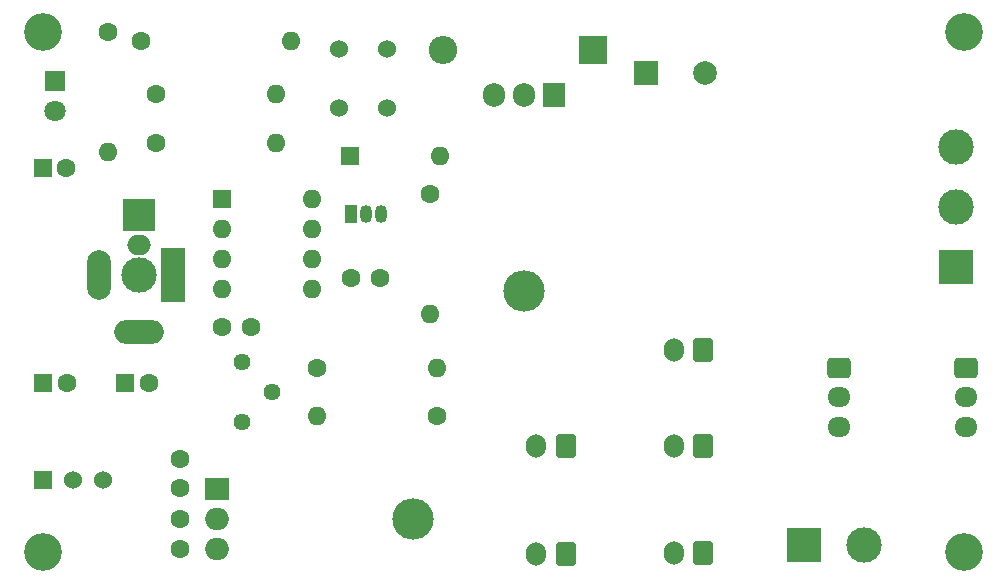
<source format=gbr>
%TF.GenerationSoftware,KiCad,Pcbnew,(7.0.0)*%
%TF.CreationDate,2023-03-22T21:09:57+09:00*%
%TF.ProjectId,NixieTubePowerSupply,4e697869-6554-4756-9265-506f77657253,rev?*%
%TF.SameCoordinates,Original*%
%TF.FileFunction,Soldermask,Bot*%
%TF.FilePolarity,Negative*%
%FSLAX46Y46*%
G04 Gerber Fmt 4.6, Leading zero omitted, Abs format (unit mm)*
G04 Created by KiCad (PCBNEW (7.0.0)) date 2023-03-22 21:09:57*
%MOMM*%
%LPD*%
G01*
G04 APERTURE LIST*
G04 Aperture macros list*
%AMRoundRect*
0 Rectangle with rounded corners*
0 $1 Rounding radius*
0 $2 $3 $4 $5 $6 $7 $8 $9 X,Y pos of 4 corners*
0 Add a 4 corners polygon primitive as box body*
4,1,4,$2,$3,$4,$5,$6,$7,$8,$9,$2,$3,0*
0 Add four circle primitives for the rounded corners*
1,1,$1+$1,$2,$3*
1,1,$1+$1,$4,$5*
1,1,$1+$1,$6,$7*
1,1,$1+$1,$8,$9*
0 Add four rect primitives between the rounded corners*
20,1,$1+$1,$2,$3,$4,$5,0*
20,1,$1+$1,$4,$5,$6,$7,0*
20,1,$1+$1,$6,$7,$8,$9,0*
20,1,$1+$1,$8,$9,$2,$3,0*%
G04 Aperture macros list end*
%ADD10RoundRect,0.250000X0.600000X0.750000X-0.600000X0.750000X-0.600000X-0.750000X0.600000X-0.750000X0*%
%ADD11O,1.700000X2.000000*%
%ADD12C,1.600000*%
%ADD13O,1.600000X1.600000*%
%ADD14R,2.000000X2.000000*%
%ADD15C,2.000000*%
%ADD16C,1.524000*%
%ADD17O,3.500000X3.500000*%
%ADD18R,1.905000X2.000000*%
%ADD19O,1.905000X2.000000*%
%ADD20R,1.600000X1.600000*%
%ADD21RoundRect,0.250000X-0.725000X0.600000X-0.725000X-0.600000X0.725000X-0.600000X0.725000X0.600000X0*%
%ADD22O,1.950000X1.700000*%
%ADD23C,3.200000*%
%ADD24R,2.000000X4.600000*%
%ADD25O,2.000000X4.200000*%
%ADD26O,4.200000X2.000000*%
%ADD27R,3.000000X3.000000*%
%ADD28C,3.000000*%
%ADD29R,1.800000X1.800000*%
%ADD30C,1.800000*%
%ADD31R,2.000000X1.905000*%
%ADD32O,2.000000X1.905000*%
%ADD33C,1.440000*%
%ADD34R,2.800000X2.800000*%
%ADD35O,2.000000X1.700000*%
%ADD36R,2.400000X2.400000*%
%ADD37O,2.400000X2.400000*%
%ADD38R,1.524000X1.524000*%
%ADD39R,1.050000X1.500000*%
%ADD40O,1.050000X1.500000*%
G04 APERTURE END LIST*
D10*
%TO.C,J11*%
X58900000Y-29900000D03*
D11*
X56399999Y-29899999D03*
%TD*%
D12*
%TO.C,R3*%
X12570000Y-12400000D03*
D13*
X22729999Y-12399999D03*
%TD*%
D14*
%TO.C,C8*%
X54032322Y-6399999D03*
D15*
X59032323Y-6400000D03*
%TD*%
D12*
%TO.C,R4*%
X35800000Y-16700000D03*
D13*
X35799999Y-26859999D03*
%TD*%
D10*
%TO.C,J8*%
X58900000Y-47100000D03*
D11*
X56399999Y-47099999D03*
%TD*%
D16*
%TO.C,L1*%
X28100000Y-4400000D03*
X28100000Y-9400000D03*
X32100000Y-9400000D03*
X32100000Y-4400000D03*
%TD*%
D17*
%TO.C,Q2*%
X43699999Y-24929999D03*
D18*
X46239999Y-8269999D03*
D19*
X43699999Y-8269999D03*
X41159999Y-8269999D03*
%TD*%
D20*
%TO.C,U2*%
X18199999Y-17119999D03*
D13*
X18199999Y-19659999D03*
X18199999Y-22199999D03*
X18199999Y-24739999D03*
X25819999Y-24739999D03*
X25819999Y-22199999D03*
X25819999Y-19659999D03*
X25819999Y-17119999D03*
%TD*%
D12*
%TO.C,C6*%
X14600000Y-46700000D03*
X14600000Y-44200000D03*
%TD*%
D20*
%TO.C,C2*%
X2989775Y-14499999D03*
D12*
X4989776Y-14500000D03*
%TD*%
%TO.C,C3*%
X18150000Y-27900000D03*
X20650000Y-27900000D03*
%TD*%
D21*
%TO.C,J5*%
X81125000Y-31400000D03*
D22*
X81124999Y-33899999D03*
X81124999Y-36399999D03*
%TD*%
D12*
%TO.C,C5*%
X14600000Y-39100000D03*
X14600000Y-41600000D03*
%TD*%
D23*
%TO.C,*%
X81000000Y-47000000D03*
%TD*%
D21*
%TO.C,J4*%
X70425000Y-31400000D03*
D22*
X70424999Y-33899999D03*
X70424999Y-36399999D03*
%TD*%
D10*
%TO.C,J7*%
X47250000Y-47125000D03*
D11*
X44749999Y-47124999D03*
%TD*%
D20*
%TO.C,D2*%
X28989999Y-13499999D03*
D13*
X36609999Y-13499999D03*
%TD*%
D24*
%TO.C,J1*%
X14049999Y-23549999D03*
D25*
X7749999Y-23549999D03*
D26*
X11149999Y-28349999D03*
%TD*%
D27*
%TO.C,J12*%
X67419999Y-46399999D03*
D28*
X72500000Y-46400000D03*
%TD*%
D12*
%TO.C,R7*%
X26200000Y-31380000D03*
D13*
X36359999Y-31379999D03*
%TD*%
D29*
%TO.C,D1*%
X3999999Y-7099999D03*
D30*
X4000000Y-9640000D03*
%TD*%
D20*
%TO.C,C7*%
X9955111Y-32699999D03*
D12*
X11955112Y-32700000D03*
%TD*%
%TO.C,C4*%
X29080000Y-23800000D03*
X31580000Y-23800000D03*
%TD*%
D17*
%TO.C,U1*%
X34359999Y-44199999D03*
D31*
X17699999Y-41659999D03*
D32*
X17699999Y-44199999D03*
X17699999Y-46739999D03*
%TD*%
D20*
%TO.C,C1*%
X2999999Y-32699999D03*
D12*
X5000000Y-32700000D03*
%TD*%
%TO.C,R2*%
X11300000Y-3700000D03*
D13*
X23999999Y-3699999D03*
%TD*%
D23*
%TO.C,*%
X3000000Y-3000000D03*
%TD*%
D33*
%TO.C,RV1*%
X19860000Y-30900000D03*
X22400000Y-33440000D03*
X19860000Y-35980000D03*
%TD*%
D10*
%TO.C,J9*%
X47250000Y-38025000D03*
D11*
X44749999Y-38024999D03*
%TD*%
D12*
%TO.C,R6*%
X36360000Y-35500000D03*
D13*
X26199999Y-35499999D03*
%TD*%
D23*
%TO.C,*%
X3000000Y-47000000D03*
%TD*%
D34*
%TO.C,J3*%
X11149999Y-18469999D03*
D28*
X11150000Y-23550000D03*
%TD*%
D34*
%TO.C,J2*%
X11149999Y-18469999D03*
D35*
X11149999Y-20969999D03*
%TD*%
D10*
%TO.C,J10*%
X58900000Y-38025000D03*
D11*
X56399999Y-38024999D03*
%TD*%
D27*
%TO.C,J6*%
X80299999Y-22879999D03*
D28*
X80300000Y-17800000D03*
X80300000Y-12720000D03*
%TD*%
D36*
%TO.C,D3*%
X49549999Y-4499999D03*
D37*
X36849999Y-4499999D03*
%TD*%
D38*
%TO.C,SW1*%
X2999999Y-40899999D03*
D16*
X5540000Y-40900000D03*
X8080000Y-40900000D03*
%TD*%
D12*
%TO.C,R1*%
X8500000Y-2920000D03*
D13*
X8499999Y-13079999D03*
%TD*%
D12*
%TO.C,R5*%
X12570000Y-8225000D03*
D13*
X22729999Y-8224999D03*
%TD*%
D23*
%TO.C,*%
X81000000Y-3000000D03*
%TD*%
D39*
%TO.C,Q1*%
X29059999Y-18399999D03*
D40*
X30329999Y-18399999D03*
X31599999Y-18399999D03*
%TD*%
M02*

</source>
